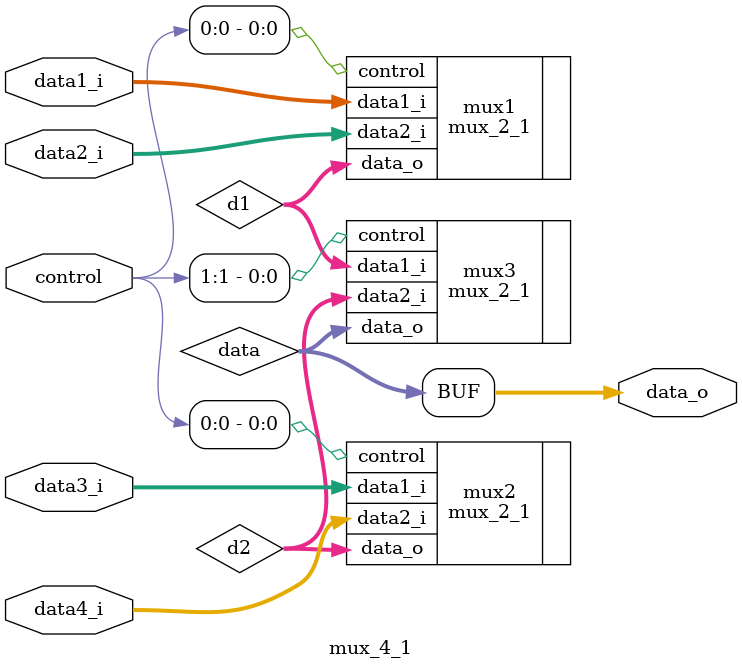
<source format=sv>

module mux_4_1 #(parameter DATA_WIDTH = 17)(
	input [1 : 0] control,
	input [DATA_WIDTH-1 : 0] data1_i,
	input [DATA_WIDTH-1 : 0] data2_i,
	input [DATA_WIDTH-1 : 0] data3_i,
	input [DATA_WIDTH-1 : 0] data4_i,
	output [DATA_WIDTH-1 : 0]	data_o
);
	logic [DATA_WIDTH-1 : 0] data, d1, d2;
	mux_2_1 #(.DATA_WIDTH(DATA_WIDTH))
		mux1 (
			.control(control[0]),
			.data1_i(data1_i),
			.data2_i(data2_i),
			.data_o(d1)	
		);
	mux_2_1 #(.DATA_WIDTH(DATA_WIDTH))
		mux2 (
			.control(control[0]),
			.data1_i(data3_i),
			.data2_i(data4_i),
			.data_o(d2)	
		);
	mux_2_1 #(.DATA_WIDTH(DATA_WIDTH))
		mux3 (
			.control(control[1]),
			.data1_i(d1),
			.data2_i(d2),
			.data_o(data)	
		);
		
	assign data_o = data;
	
endmodule

</source>
